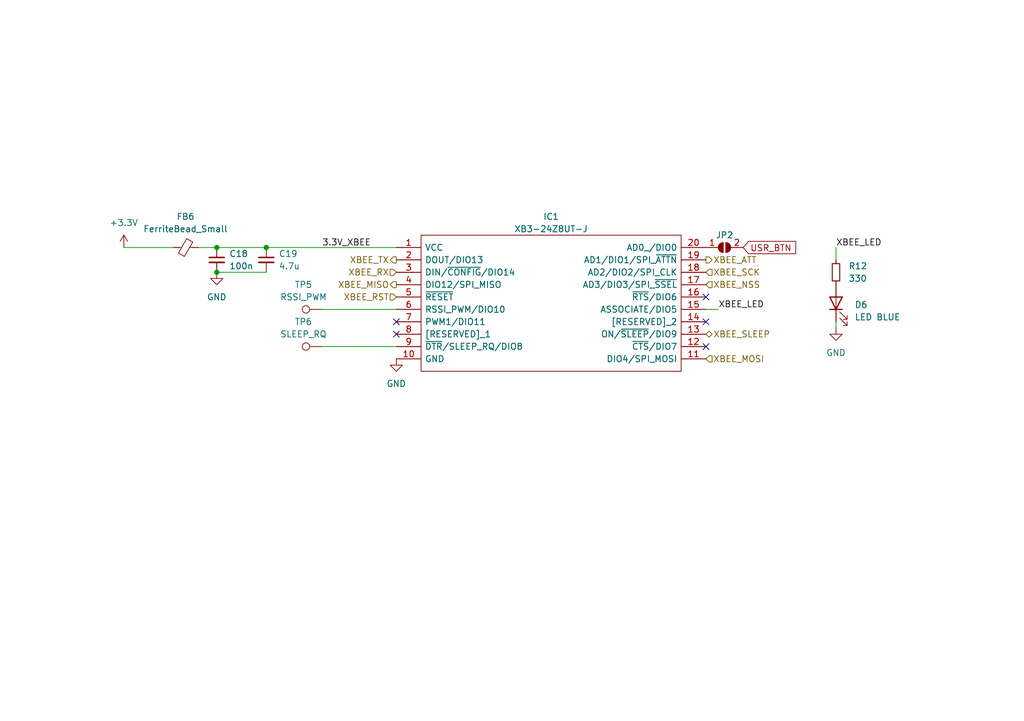
<source format=kicad_sch>
(kicad_sch (version 20230121) (generator eeschema)
  (paper "A5")
  (title_block (title "Telemetry RF module with CAN, GPS and IMU") (rev "1.0") (company "PUT Solar Dynamics") (comment 1 "Mateusz Czarnecki") (comment 2 "XBEE3 module"))
  (lib_symbols
    (symbol "Symbols_RF_module:C_Small" (pin_numbers hide) (pin_names (offset 0.254) hide)
      (property "Reference" "C" (at 0.254 1.778 0))
      (property "Value" "C_Small" (at 0.254 -2.032 0))
      (symbol "C_Small_0_1"
        (polyline (pts (xy -1.524 -0.508) (xy 1.524 -0.508)) (stroke (width 0.3302)))
        (polyline (pts (xy -1.524 0.508) (xy 1.524 0.508)) (stroke (width 0.3048)))
      )
      (symbol "C_Small_1_1"
        (pin passive line (at 0 2.54 270) (length 2.032) (name "~") (number "1"))
        (pin passive line (at 0 -2.54 90) (length 2.032) (name "~") (number "2"))
      )
    )
    (symbol "Symbols_RF_module:FerriteBead_Small" (pin_numbers hide) (pin_names (offset 0))
      (property "Reference" "FB" (at 1.905 1.27 0))
      (property "Value" "FerriteBead_Small" (at 1.905 -1.27 0))
      (symbol "FerriteBead_Small_0_1"
        (polyline (pts (xy 0 -1.27) (xy 0 -0.7874)))
        (polyline (pts (xy 0 0.889) (xy 0 1.2954)))
        (polyline (pts (xy -1.8288 0.2794) (xy -1.1176 1.4986) (xy 1.8288 -0.2032) (xy 1.1176 -1.4224) (xy -1.8288 0.2794)))
      )
      (symbol "FerriteBead_Small_1_1"
        (pin passive line (at 0 2.54 270) (length 1.27) (name "~") (number "1"))
        (pin passive line (at 0 -2.54 90) (length 1.27) (name "~") (number "2"))
      )
    )
    (symbol "Symbols_RF_module:LED" (pin_numbers hide) (pin_names (offset 1.016) hide)
      (property "Reference" "D" (at 0 2.54 0))
      (property "Value" "LED" (at 0 -2.54 0))
      (symbol "LED_0_1"
        (polyline (pts (xy -1.27 -1.27) (xy -1.27 1.27)) (stroke (width 0.254)))
        (polyline (pts (xy -1.27 0) (xy 1.27 0)))
        (polyline (pts (xy 1.27 -1.27) (xy 1.27 1.27) (xy -1.27 0) (xy 1.27 -1.27)) (stroke (width 0.254)))
        (polyline (pts (xy -3.048 -0.762) (xy -4.572 -2.286) (xy -3.81 -2.286) (xy -4.572 -2.286) (xy -4.572 -1.524)))
        (polyline (pts (xy -1.778 -0.762) (xy -3.302 -2.286) (xy -2.54 -2.286) (xy -3.302 -2.286) (xy -3.302 -1.524)))
      )
      (symbol "LED_1_1"
        (pin passive line (at -3.81 0 0) (length 2.54) (name "K") (number "1"))
        (pin passive line (at 3.81 0 180) (length 2.54) (name "A") (number "2"))
      )
    )
    (symbol "Symbols_RF_module:R_Small" (pin_numbers hide) (pin_names (offset 0.254) hide)
      (property "Reference" "R" (at 0.762 0.508 0))
      (property "Value" "R_Small" (at 0.762 -1.016 0))
      (symbol "R_Small_0_1"
        (rectangle (start -0.762 1.778) (end 0.762 -1.778) (stroke (width 0.2032)))
      )
      (symbol "R_Small_1_1"
        (pin passive line (at 0 2.54 270) (length 0.762) (name "~") (number "1"))
        (pin passive line (at 0 -2.54 90) (length 0.762) (name "~") (number "2"))
      )
    )
    (symbol "Symbols_RF_module:SolderJumper_2_Open" (pin_names (offset 0) hide)
      (property "Reference" "JP" (at 0 2.032 0))
      (property "Value" "SolderJumper_2_Open" (at 0 -2.54 0))
      (symbol "SolderJumper_2_Open_0_1"
        (arc (start -0.254 1.016) (mid -1.2656 0) (end -0.254 -1.016))
        (arc (start -0.254 1.016) (mid -1.2656 0) (end -0.254 -1.016) (fill (type outline)))
        (polyline (pts (xy -0.254 1.016) (xy -0.254 -1.016)))
        (polyline (pts (xy 0.254 1.016) (xy 0.254 -1.016)))
        (arc (start 0.254 -1.016) (mid 1.2656 0) (end 0.254 1.016))
        (arc (start 0.254 -1.016) (mid 1.2656 0) (end 0.254 1.016) (fill (type outline)))
      )
      (symbol "SolderJumper_2_Open_1_1"
        (pin passive line (at -3.81 0 0) (length 2.54) (name "A") (number "1"))
        (pin passive line (at 3.81 0 180) (length 2.54) (name "B") (number "2"))
      )
    )
    (symbol "Symbols_RF_module:TestPoint" (pin_numbers hide) (pin_names (offset 0.762) hide)
      (property "Reference" "TP" (at 0 6.858 0))
      (property "Value" "TestPoint" (at 0 5.08 0))
      (symbol "TestPoint_0_1"
        (circle (center 0 3.302) (radius 0.762))
      )
      (symbol "TestPoint_1_1"
        (pin passive line (at 0 0 90) (length 2.54) (name "1") (number "1"))
      )
    )
    (symbol "Symbols_RF_module:XB3-24Z8UT-J" (pin_names (offset 0.762))
      (property "Reference" "IC" (at 59.69 7.62 0))
      (property "Value" "XB3-24Z8UT-J" (at 59.69 5.08 0))
      (symbol "XB3-24Z8UT-J_0_0"
        (pin passive line (at 0 0 0) (length 5.08) (name "VCC") (number "1"))
        (pin passive line (at 0 -22.86 0) (length 5.08) (name "GND") (number "10"))
        (pin passive line (at 63.5 -22.86 180) (length 5.08) (name "DIO4/SPI_MOSI") (number "11"))
        (pin passive line (at 63.5 -20.32 180) (length 5.08) (name "~{CTS}/DIO7") (number "12"))
        (pin passive line (at 63.5 -17.78 180) (length 5.08) (name "ON/~{SLEEP}/DIO9") (number "13"))
        (pin passive line (at 63.5 -15.24 180) (length 5.08) (name "[RESERVED]_2") (number "14"))
        (pin passive line (at 63.5 -12.7 180) (length 5.08) (name "ASSOCIATE/DIO5") (number "15"))
        (pin passive line (at 63.5 -10.16 180) (length 5.08) (name "~{RTS}/DIO6") (number "16"))
        (pin passive line (at 63.5 -7.62 180) (length 5.08) (name "AD3/DIO3/SPI_~{SSEL}") (number "17"))
        (pin passive line (at 63.5 -5.08 180) (length 5.08) (name "AD2/DIO2/SPI_CLK") (number "18"))
        (pin passive line (at 63.5 -2.54 180) (length 5.08) (name "AD1/DIO1/SPI_~{ATTN}") (number "19"))
        (pin passive line (at 0 -2.54 0) (length 5.08) (name "DOUT/DIO13") (number "2"))
        (pin passive line (at 63.5 0 180) (length 5.08) (name "AD0_/DIO0") (number "20"))
        (pin passive line (at 0 -5.08 0) (length 5.08) (name "DIN/~{CONFIG}/DIO14") (number "3"))
        (pin passive line (at 0 -7.62 0) (length 5.08) (name "DIO12/SPI_MISO") (number "4"))
        (pin passive line (at 0 -10.16 0) (length 5.08) (name "~{RESET}") (number "5"))
        (pin passive line (at 0 -12.7 0) (length 5.08) (name "RSSI_PWM/DIO10") (number "6"))
        (pin passive line (at 0 -15.24 0) (length 5.08) (name "PWM1/DIO11") (number "7"))
        (pin passive line (at 0 -17.78 0) (length 5.08) (name "[RESERVED]_1") (number "8"))
        (pin passive line (at 0 -20.32 0) (length 5.08) (name "~{DTR}/SLEEP_RQ/DIO8") (number "9"))
      )
      (symbol "XB3-24Z8UT-J_0_1"
        (polyline (pts (xy 5.08 2.54) (xy 58.42 2.54) (xy 58.42 -25.4) (xy 5.08 -25.4) (xy 5.08 2.54)) (stroke (width 0.1524)))
      )
    )
    (symbol "power:+3.3V" (power) (pin_names (offset 0))
      (property "Value" "+3.3V" (at 0 3.556 0))
      (symbol "+3.3V_0_1"
        (polyline (pts (xy -0.762 1.27) (xy 0 2.54)))
        (polyline (pts (xy 0 0) (xy 0 2.54)))
        (polyline (pts (xy 0 2.54) (xy 0.762 1.27)))
      )
      (symbol "+3.3V_1_1"
        (pin power_in line (at 0 0 90) (length 0) hide (name "+3.3V") (number "1"))
      )
    )
    (symbol "power:GND" (power) (pin_names (offset 0))
      (property "Value" "GND" (at 0 -3.81 0))
      (symbol "GND_0_1"
        (polyline (pts (xy 0 0) (xy 0 -1.27) (xy 1.27 -1.27) (xy 0 -2.54) (xy -1.27 -1.27) (xy 0 -1.27)))
      )
      (symbol "GND_1_1"
        (pin power_in line (at 0 0 270) (length 0) hide (name "GND") (number "1"))
      )
    )
  )
  (junction (at 54.61 50.8))
  (junction (at 44.45 55.88))
  (junction (at 44.45 50.8))
  (no_connect (at 144.78 60.96))
  (no_connect (at 144.78 71.12))
  (no_connect (at 144.78 66.04))
  (no_connect (at 81.28 66.04))
  (no_connect (at 81.28 68.58))
  (wire (pts (xy 66.04 71.12) (xy 81.28 71.12)))
  (wire (pts (xy 44.45 55.88) (xy 54.61 55.88)))
  (wire (pts (xy 54.61 50.8) (xy 81.28 50.8)))
  (wire (pts (xy 171.45 66.04) (xy 171.45 67.31)))
  (wire (pts (xy 44.45 50.8) (xy 54.61 50.8)))
  (wire (pts (xy 25.4 50.8) (xy 35.56 50.8)))
  (wire (pts (xy 40.64 50.8) (xy 44.45 50.8)))
  (wire (pts (xy 66.04 63.5) (xy 81.28 63.5)))
  (wire (pts (xy 171.45 50.8) (xy 171.45 53.34)))
  (wire (pts (xy 147.32 63.5) (xy 144.78 63.5)))
  (label "3.3V_XBEE" (at 66.04 50.8 0))
  (label "XBEE_LED" (at 171.45 50.8 0))
  (label "XBEE_LED" (at 147.32 63.5 0))
  (global_label "USR_BTN" (shape input) (at 152.4 50.8 0) (property "Intersheetrefs" "${INTERSHEET_REFS}" (effects hide)))
  (hierarchical_label "XBEE_MISO" (shape output) (at 81.28 58.42 180))
  (hierarchical_label "XBEE_RST" (shape input) (at 81.28 60.96 180))
  (hierarchical_label "XBEE_TX" (shape output) (at 81.28 53.34 180))
  (hierarchical_label "XBEE_RX" (shape input) (at 81.28 55.88 180))
  (hierarchical_label "XBEE_MOSI" (shape input) (at 144.78 73.66 0))
  (hierarchical_label "XBEE_NSS" (shape input) (at 144.78 58.42 0))
  (hierarchical_label "XBEE_SLEEP" (shape bidirectional) (at 144.78 68.58 0))
  (hierarchical_label "XBEE_ATT" (shape output) (at 144.78 53.34 0))
  (hierarchical_label "XBEE_SCK" (shape input) (at 144.78 55.88 0))
  (symbol (lib_id "Symbols_RF_module:LED") (at 171.45 62.23 90) (unit 1)
    (property "Reference" "D6" (at 175.26 62.5474 90) (effects (justify right)))
    (property "Value" "LED BLUE" (at 175.26 65.0874 90) (effects (justify right)))
    (property "Footprint" "LED_SMD:LED_0603_1608Metric_Pad1.05x0.95mm_HandSolder" (effects hide))
  )
  (symbol (lib_id "Symbols_RF_module:XB3-24Z8UT-J") (at 81.28 50.8 0) (unit 1)
    (property "Reference" "IC1" (at 113.03 44.45 0))
    (property "Value" "XB3-24Z8UT-J" (at 113.03 46.99 0))
    (property "Footprint" "SamacSys_Parts:XB324Z8UTJ" (effects hide))
    (property "Datasheet" "https://www.digi.com/resources/documentation/digidocs/pdfs/90001543.pdf" (effects hide))
    (property "Description" "Zigbee Modules (802.15.4) XBee3,2.4 Ghz ZB 3.0, U.FL Ant, TH MT" (effects hide))
    (property "Height" "2.79" (effects hide))
    (property "Manufacturer_Name" "Digi International" (effects hide))
    (property "Manufacturer_Part_Number" "XB3-24Z8UT-J" (effects hide))
    (property "Mouser Part Number" "888-XB3-24Z8UT-J" (effects hide))
    (property "Mouser Price/Stock" "https://www.mouser.com/Search/Refine.aspx?Keyword=888-XB3-24Z8UT-J" (effects hide))
    (property "Arrow Part Number" "XB3-24Z8UT-J" (effects hide))
    (property "Arrow Price/Stock" "https://www.arrow.com/en/products/xb3-24z8ut-j/digi-international" (effects hide))
  )
  (symbol (lib_id "power:GND") (at 44.45 55.88 0) (unit 1)
    (property "Reference" "#PWR049" (effects hide))
    (property "Value" "GND" (at 44.45 60.96 0))
  )
  (symbol (lib_id "Symbols_RF_module:C_Small") (at 54.61 53.34 0) (unit 1)
    (property "Reference" "C19" (at 57.15 52.0762 0) (effects (justify left)))
    (property "Value" "4.7u" (at 57.15 54.6162 0) (effects (justify left)))
    (property "Footprint" "Capacitor_SMD:C_0603_1608Metric_Pad1.08x0.95mm_HandSolder" (effects hide))
  )
  (symbol (lib_id "Symbols_RF_module:FerriteBead_Small") (at 38.1 50.8 90) (unit 1)
    (property "Reference" "FB6" (at 38.0619 44.45 90))
    (property "Value" "FerriteBead_Small" (at 38.0619 46.99 90))
    (property "Footprint" "Inductor_SMD:L_0603_1608Metric_Pad1.05x0.95mm_HandSolder" (effects hide))
  )
  (symbol (lib_id "Symbols_RF_module:SolderJumper_2_Open") (at 148.59 50.8 0) (unit 1)
    (property "Reference" "JP2" (at 148.59 48.26 0))
    (property "Value" "SolderJumper_2_Open" (effects hide))
    (property "Footprint" "Jumper:SolderJumper-2_P1.3mm_Open_RoundedPad1.0x1.5mm" (effects hide))
  )
  (symbol (lib_id "Symbols_RF_module:TestPoint") (at 66.04 71.12 90) (unit 1) (in_bom no)
    (property "Reference" "TP6" (at 62.23 66.04 90))
    (property "Value" "SLEEP_RQ" (at 62.23 68.58 90))
    (property "Footprint" "TestPoint:TestPoint_Pad_D2.0mm" (effects hide))
  )
  (symbol (lib_id "Symbols_RF_module:C_Small") (at 44.45 53.34 0) (unit 1)
    (property "Reference" "C18" (at 46.99 52.0762 0) (effects (justify left)))
    (property "Value" "100n" (at 46.99 54.6162 0) (effects (justify left)))
    (property "Footprint" "Capacitor_SMD:C_0603_1608Metric_Pad1.08x0.95mm_HandSolder" (effects hide))
  )
  (symbol (lib_id "Symbols_RF_module:TestPoint") (at 66.04 63.5 90) (unit 1) (in_bom no)
    (property "Reference" "TP5" (at 62.23 58.42 90))
    (property "Value" "RSSI_PWM" (at 62.23 60.96 90))
    (property "Footprint" "TestPoint:TestPoint_Pad_D2.0mm" (effects hide))
  )
  (symbol (lib_id "Symbols_RF_module:R_Small") (at 171.45 55.88 0) (unit 1)
    (property "Reference" "R12" (at 173.99 54.6099 0) (effects (justify left)))
    (property "Value" "330" (at 173.99 57.1499 0) (effects (justify left)))
    (property "Footprint" "Resistor_SMD:R_0603_1608Metric_Pad0.98x0.95mm_HandSolder" (effects hide))
  )
  (symbol (lib_id "power:GND") (at 81.28 73.66 0) (unit 1)
    (property "Reference" "#PWR050" (effects hide))
    (property "Value" "GND" (at 81.28 78.74 0))
  )
  (symbol (lib_id "power:+3.3V") (at 25.4 50.8 0) (unit 1)
    (property "Reference" "#PWR048" (effects hide))
    (property "Value" "+3.3V" (at 25.4 45.72 0))
  )
  (symbol (lib_id "power:GND") (at 171.45 67.31 0) (unit 1)
    (property "Reference" "#PWR051" (effects hide))
    (property "Value" "GND" (at 171.45 72.39 0))
  )
)
</source>
